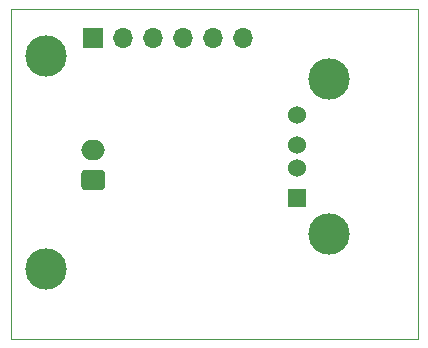
<source format=gbr>
%TF.GenerationSoftware,KiCad,Pcbnew,5.1.10-88a1d61d58~88~ubuntu18.04.1*%
%TF.CreationDate,2021-10-12T23:30:59-03:00*%
%TF.ProjectId,ConversorDCDC,436f6e76-6572-4736-9f72-444344432e6b,1.0*%
%TF.SameCoordinates,Original*%
%TF.FileFunction,Soldermask,Bot*%
%TF.FilePolarity,Negative*%
%FSLAX46Y46*%
G04 Gerber Fmt 4.6, Leading zero omitted, Abs format (unit mm)*
G04 Created by KiCad (PCBNEW 5.1.10-88a1d61d58~88~ubuntu18.04.1) date 2021-10-12 23:30:59*
%MOMM*%
%LPD*%
G01*
G04 APERTURE LIST*
%TA.AperFunction,Profile*%
%ADD10C,0.050000*%
%TD*%
%ADD11C,2.600000*%
%ADD12C,3.500000*%
%ADD13O,2.000000X1.700000*%
%ADD14R,1.700000X1.700000*%
%ADD15O,1.700000X1.700000*%
%ADD16R,1.524000X1.524000*%
%ADD17C,1.524000*%
G04 APERTURE END LIST*
D10*
X80000000Y-126500000D02*
X80000000Y-98500000D01*
X114500000Y-126500000D02*
X80000000Y-126500000D01*
X114500000Y-98500000D02*
X114500000Y-126500000D01*
X80000000Y-98500000D02*
X114500000Y-98500000D01*
D11*
%TO.C,H1*%
X83000000Y-102500000D03*
D12*
X83000000Y-102500000D03*
%TD*%
%TO.C,X2*%
G36*
G01*
X87750000Y-113850000D02*
X86250000Y-113850000D01*
G75*
G02*
X86000000Y-113600000I0J250000D01*
G01*
X86000000Y-112400000D01*
G75*
G02*
X86250000Y-112150000I250000J0D01*
G01*
X87750000Y-112150000D01*
G75*
G02*
X88000000Y-112400000I0J-250000D01*
G01*
X88000000Y-113600000D01*
G75*
G02*
X87750000Y-113850000I-250000J0D01*
G01*
G37*
D13*
X87000000Y-110500000D03*
%TD*%
D12*
%TO.C,H2*%
X83000000Y-120500000D03*
D11*
X83000000Y-120500000D03*
%TD*%
D14*
%TO.C,JP1*%
X87000000Y-101000000D03*
D15*
X89540000Y-101000000D03*
X92080000Y-101000000D03*
X94620000Y-101000000D03*
X97160000Y-101000000D03*
X99700000Y-101000000D03*
%TD*%
D12*
%TO.C,CN1*%
X106960000Y-104430000D03*
X106960000Y-117570000D03*
D16*
X104250000Y-114500000D03*
D17*
X104250000Y-112000000D03*
X104250000Y-110000000D03*
X104250000Y-107500000D03*
%TD*%
M02*

</source>
